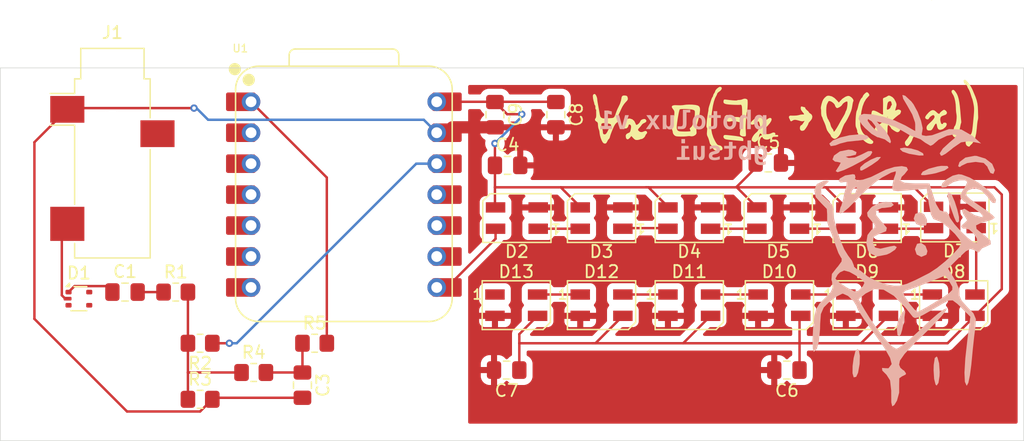
<source format=kicad_pcb>
(kicad_pcb (version 20241229) (generator "pcbnew") (generator_version "9.0")
  (layers (0 "F.Cu" signal) (2 "B.Cu" signal) (13 "F.Paste" user) (15 "B.Paste" user) (5 "F.SilkS" user "F.Silkscreen") (7 "B.SilkS" user "B.Silkscreen") (1 "F.Mask" user) (3 "B.Mask" user) (25 "Edge.Cuts" user))
  (net 0 "")
  (net 10 "Net-(D1A-K1)")
  (net 11 "Net-(C1-Pad2)")
  (net 12 "GND")
  (net 13 "/Audio")
  (net 14 "+5V")
  (net 15 "Net-(D1A-A)")
  (net 16 "/UnfilteredAudio")
  (net 17 "+3.3V")
  (net 18 "Net-(U1-GPIO26{slash}ADC0{slash}A0)")
  (net 19 "/Neopixel")
  (net 20 "Net-(D2-DOUT)")
  (net 21 "Net-(D3-DOUT)")
  (net 22 "Net-(D4-DOUT)")
  (net 23 "Net-(D5-DOUT)")
  (net 24 "Net-(D6-DOUT)")
  (net 25 "Net-(D7-DOUT)")
  (net 26 "Net-(D8-DOUT)")
  (net 27 "Net-(D10-DIN)")
  (net 28 "Net-(D10-DOUT)")
  (net 29 "Net-(D11-DOUT)")
  (net 30 "Net-(D12-DOUT)")
  (footprint "Resistor_SMD:R_0805_2012Metric_Pad1.20x1.40mm_HandSolder" (layer "F.Cu") (at 123.8 71.2 180)
    (property "Reference" "R2" (at 0 -1.65 0) (layer "F.SilkS"))
    (property "Value" "100k")
    (pad "1" smd roundrect (at -1 0 180) (size 1.2 1.4) (layers "F.Cu" "F.Mask" "F.Paste") (roundrect_rratio 0.208333) (net 17 "+3.3V"))
    (pad "2" smd roundrect (at 1 0 180) (size 1.2 1.4) (layers "F.Cu" "F.Mask" "F.Paste") (roundrect_rratio 0.208333) (net 16 "/UnfilteredAudio"))
  )
  (footprint "LED_SMD:LED_SK6812MINI_PLCC4_3.5x3.5mm_P1.75mm" (layer "F.Cu") (at 178.55 60.925 180)
    (property "Reference" "D6" (at 0 -2.75 0) (layer "F.SilkS"))
    (property "Value" "NeoPixel_THT" (hide yes))
    (fp_text user "1" (at -3.2 -0.875 180) (layer "F.SilkS") (effects (font (size 0.8 0.8))))
    (pad "1" smd rect (at -1.75 -0.875 180) (size 1.6 0.85) (layers "F.Cu" "F.Mask" "F.Paste") (net 24 "Net-(D6-DOUT)"))
    (pad "2" smd rect (at -1.75 0.875 180) (size 1.6 0.85) (layers "F.Cu" "F.Mask" "F.Paste") (net 12 "GND"))
    (pad "3" smd rect (at 1.75 0.875 180) (size 1.6 0.85) (layers "F.Cu" "F.Mask" "F.Paste") (net 14 "+5V"))
    (pad "4" smd rect (at 1.75 -0.875 180) (size 1.6 0.85) (layers "F.Cu" "F.Mask" "F.Paste") (net 23 "Net-(D5-DOUT)"))
  )
  (footprint "Capacitor_SMD:C_0805_2012Metric_Pad1.18x1.45mm_HandSolder" (layer "F.Cu") (at 170.4375 56.4)
    (property "Reference" "C5" (at 0 -1.68 0) (layer "F.SilkS"))
    (property "Value" "4.7nF")
    (pad "1" smd roundrect (at -1.0375 0) (size 1.175 1.45) (layers "F.Cu" "F.Mask" "F.Paste") (roundrect_rratio 0.212766) (net 14 "+5V"))
    (pad "2" smd roundrect (at 1.0375 0) (size 1.175 1.45) (layers "F.Cu" "F.Mask" "F.Paste") (roundrect_rratio 0.212766) (net 12 "GND"))
  )
  (footprint "LED_SMD:LED_SK6812MINI_PLCC4_3.5x3.5mm_P1.75mm" (layer "F.Cu") (at 171.35 68.075)
    (property "Reference" "D10" (at 0 -2.75 0) (layer "F.SilkS"))
    (property "Value" "NeoPixel_THT" (hide yes))
    (fp_text user "1" (at -3.2 -0.875 0) (layer "F.SilkS") (effects (font (size 0.8 0.8))))
    (pad "1" smd rect (at -1.75 -0.875) (size 1.6 0.85) (layers "F.Cu" "F.Mask" "F.Paste") (net 28 "Net-(D10-DOUT)"))
    (pad "2" smd rect (at -1.75 0.875) (size 1.6 0.85) (layers "F.Cu" "F.Mask" "F.Paste") (net 12 "GND"))
    (pad "3" smd rect (at 1.75 0.875) (size 1.6 0.85) (layers "F.Cu" "F.Mask" "F.Paste") (net 14 "+5V"))
    (pad "4" smd rect (at 1.75 -0.875) (size 1.6 0.85) (layers "F.Cu" "F.Mask" "F.Paste") (net 27 "Net-(D10-DIN)"))
  )
  (footprint "LED_SMD:LED_SK6812MINI_PLCC4_3.5x3.5mm_P1.75mm" (layer "F.Cu") (at 185.75 60.875 180)
    (property "Reference" "D7" (at 0 -2.75 0) (layer "F.SilkS"))
    (property "Value" "NeoPixel_THT" (hide yes))
    (fp_text user "1" (at -3.2 -0.875 180) (layer "F.SilkS") (effects (font (size 0.8 0.8))))
    (pad "1" smd rect (at -1.75 -0.875 180) (size 1.6 0.85) (layers "F.Cu" "F.Mask" "F.Paste") (net 25 "Net-(D7-DOUT)"))
    (pad "2" smd rect (at -1.75 0.875 180) (size 1.6 0.85) (layers "F.Cu" "F.Mask" "F.Paste") (net 12 "GND"))
    (pad "3" smd rect (at 1.75 0.875 180) (size 1.6 0.85) (layers "F.Cu" "F.Mask" "F.Paste") (net 14 "+5V"))
    (pad "4" smd rect (at 1.75 -0.875 180) (size 1.6 0.85) (layers "F.Cu" "F.Mask" "F.Paste") (net 24 "Net-(D6-DOUT)"))
  )
  (footprint "LED_SMD:LED_SK6812MINI_PLCC4_3.5x3.5mm_P1.75mm" (layer "F.Cu") (at 185.65 68.075)
    (property "Reference" "D8" (at 0 -2.75 0) (layer "F.SilkS"))
    (property "Value" "NeoPixel_THT" (hide yes))
    (fp_text user "1" (at -3.2 -0.875 0) (layer "F.SilkS") (effects (font (size 0.8 0.8))))
    (pad "1" smd rect (at -1.75 -0.875) (size 1.6 0.85) (layers "F.Cu" "F.Mask" "F.Paste") (net 26 "Net-(D8-DOUT)"))
    (pad "2" smd rect (at -1.75 0.875) (size 1.6 0.85) (layers "F.Cu" "F.Mask" "F.Paste") (net 12 "GND"))
    (pad "3" smd rect (at 1.75 0.875) (size 1.6 0.85) (layers "F.Cu" "F.Mask" "F.Paste") (net 14 "+5V"))
    (pad "4" smd rect (at 1.75 -0.875) (size 1.6 0.85) (layers "F.Cu" "F.Mask" "F.Paste") (net 25 "Net-(D7-DOUT)"))
  )
  (footprint "Seeed Studio XIAO Series Library:XIAO-RP2040-DIP" (layer "F.Cu") (at 135.6 59)
    (property "Reference" "U1" (at -8.5 -12 0) (layer "F.SilkS") (effects (font (size 0.635 0.635) (thickness 0.1016))))
    (property "Value" "XIAO-RP2040-DIP")
    (pad "1" smd roundrect (at -8.455 -7.62 180) (size 2.432 1.524) (layers "F.Cu" "F.Mask") (roundrect_rratio 0.1) (net 18 "Net-(U1-GPIO26{slash}ADC0{slash}A0)"))
    (pad "1" thru_hole circle (at -7.62 -7.62 180) (size 1.524 1.524) (drill 0.889) (layers "*.Cu" "*.Mask") (net 18 "Net-(U1-GPIO26{slash}ADC0{slash}A0)"))
    (pad "2" smd roundrect (at -8.455 -5.08 180) (size 2.432 1.524) (layers "F.Cu" "F.Mask") (roundrect_rratio 0.1))
    (pad "2" thru_hole circle (at -7.62 -5.08 180) (size 1.524 1.524) (drill 0.889) (layers "*.Cu" "*.Mask"))
    (pad "3" smd roundrect (at -8.455 -2.54 180) (size 2.432 1.524) (layers "F.Cu" "F.Mask") (roundrect_rratio 0.1))
    (pad "3" thru_hole circle (at -7.62 -2.54 180) (size 1.524 1.524) (drill 0.889) (layers "*.Cu" "*.Mask"))
    (pad "4" smd roundrect (at -8.455 0 180) (size 2.432 1.524) (layers "F.Cu" "F.Mask") (roundrect_rratio 0.1))
    (pad "4" thru_hole circle (at -7.62 0 180) (size 1.524 1.524) (drill 0.889) (layers "*.Cu" "*.Mask"))
    (pad "5" smd roundrect (at -8.455 2.54 180) (size 2.432 1.524) (layers "F.Cu" "F.Mask") (roundrect_rratio 0.1))
    (pad "5" thru_hole circle (at -7.62 2.54 180) (size 1.524 1.524) (drill 0.889) (layers "*.Cu" "*.Mask"))
    (pad "6" smd roundrect (at -8.455 5.08 180) (size 2.432 1.524) (layers "F.Cu" "F.Mask") (roundrect_rratio 0.1))
    (pad "6" thru_hole circle (at -7.62 5.08 180) (size 1.524 1.524) (drill 0.889) (layers "*.Cu" "*.Mask"))
    (pad "7" smd roundrect (at -8.455 7.62 180) (size 2.432 1.524) (layers "F.Cu" "F.Mask") (roundrect_rratio 0.1))
    (pad "7" thru_hole circle (at -7.62 7.62 180) (size 1.524 1.524) (drill 0.889) (layers "*.Cu" "*.Mask"))
    (pad "8" thru_hole circle (at 7.62 7.62) (size 1.524 1.524) (drill 0.889) (layers "*.Cu" "*.Mask") (net 19 "/Neopixel"))
    (pad "8" smd roundrect (at 8.455 7.62) (size 2.432 1.524) (layers "F.Cu" "F.Mask") (roundrect_rratio 0.1) (net 19 "/Neopixel"))
    (pad "9" thru_hole circle (at 7.62 5.08) (size 1.524 1.524) (drill 0.889) (layers "*.Cu" "*.Mask"))
    (pad "9" smd roundrect (at 8.455 5.08) (size 2.432 1.524) (layers "F.Cu" "F.Mask") (roundrect_rratio 0.1))
    (pad "10" thru_hole circle (at 7.62 2.54) (size 1.524 1.524) (drill 0.889) (layers "*.Cu" "*.Mask"))
    (pad "10" smd roundrect (at 8.455 2.54) (size 2.432 1.524) (layers "F.Cu" "F.Mask") (roundrect_rratio 0.1))
    (pad "11" thru_hole circle (at 7.62 0) (size 1.524 1.524) (drill 0.889) (layers "*.Cu" "*.Mask"))
    (pad "11" smd roundrect (at 8.455 0) (size 2.432 1.524) (layers "F.Cu" "F.Mask") (roundrect_rratio 0.1))
    (pad "12" thru_hole circle (at 7.62 -2.54) (size 1.524 1.524) (drill 0.889) (layers "*.Cu" "*.Mask") (net 17 "+3.3V"))
    (pad "12" smd roundrect (at 8.455 -2.54) (size 2.432 1.524) (layers "F.Cu" "F.Mask") (roundrect_rratio 0.1) (net 17 "+3.3V"))
    (pad "13" thru_hole circle (at 7.62 -5.08) (size 1.524 1.524) (drill 0.889) (layers "*.Cu" "*.Mask") (net 12 "GND"))
    (pad "13" smd roundrect (at 8.455 -5.08) (size 2.432 1.524) (layers "F.Cu" "F.Mask") (roundrect_rratio 0.1) (net 12 "GND"))
    (pad "14" thru_hole circle (at 7.62 -7.62) (size 1.524 1.524) (drill 0.889) (layers "*.Cu" "*.Mask") (net 14 "+5V"))
    (pad "14" smd roundrect (at 8.455 -7.62) (size 2.432 1.524) (layers "F.Cu" "F.Mask") (roundrect_rratio 0.1) (net 14 "+5V"))
  )
  (footprint "Capacitor_SMD:C_0805_2012Metric_Pad1.18x1.45mm_HandSolder" (layer "F.Cu") (at 148 52.4375 -90)
    (property "Reference" "C9" (at 0 -1.68 90) (layer "F.SilkS"))
    (property "Value" "100uF")
    (pad "1" smd roundrect (at -1.0375 0 270) (size 1.175 1.45) (layers "F.Cu" "F.Mask" "F.Paste") (roundrect_rratio 0.212766) (net 14 "+5V"))
    (pad "2" smd roundrect (at 1.0375 0 270) (size 1.175 1.45) (layers "F.Cu" "F.Mask" "F.Paste") (roundrect_rratio 0.212766) (net 12 "GND"))
  )
  (footprint "LED_SMD:LED_SK6812MINI_PLCC4_3.5x3.5mm_P1.75mm" (layer "F.Cu") (at 163.95 68.075)
    (property "Reference" "D11" (at 0 -2.75 0) (layer "F.SilkS"))
    (property "Value" "NeoPixel_THT" (hide yes))
    (fp_text user "1" (at -3.2 -0.875 0) (layer "F.SilkS") (effects (font (size 0.8 0.8))))
    (pad "1" smd rect (at -1.75 -0.875) (size 1.6 0.85) (layers "F.Cu" "F.Mask" "F.Paste") (net 29 "Net-(D11-DOUT)"))
    (pad "2" smd rect (at -1.75 0.875) (size 1.6 0.85) (layers "F.Cu" "F.Mask" "F.Paste") (net 12 "GND"))
    (pad "3" smd rect (at 1.75 0.875) (size 1.6 0.85) (layers "F.Cu" "F.Mask" "F.Paste") (net 14 "+5V"))
    (pad "4" smd rect (at 1.75 -0.875) (size 1.6 0.85) (layers "F.Cu" "F.Mask" "F.Paste") (net 28 "Net-(D10-DOUT)"))
  )
  (footprint "Connector_Audio:Jack_3.5mm_CUI_SJ-3523-SMT_Horizontal" (layer "F.Cu") (at 116.6 55.6)
    (property "Reference" "J1" (at 0 -9.9 0) (layer "F.SilkS"))
    (property "Value" "AudioJack2")
    (pad "" np_thru_hole circle (at 0 -2.5) (size 1.7 1.7) (drill 1.7) (layers "*.Cu" "*.Mask"))
    (pad "" np_thru_hole circle (at 0 4.5) (size 1.7 1.7) (drill 1.7) (layers "*.Cu" "*.Mask"))
    (pad "R" smd rect (at 3.7 -1.6) (size 2.8 2.2) (layers "F.Cu" "F.Mask" "F.Paste"))
    (pad "S" smd rect (at -3.7 -3.6) (size 2.8 2.2) (layers "F.Cu" "F.Mask" "F.Paste") (net 12 "GND"))
    (pad "T" smd rect (at -3.7 5.8) (size 2.8 2.8) (layers "F.Cu" "F.Mask" "F.Paste") (net 15 "Net-(D1A-A)"))
  )
  (footprint "Resistor_SMD:R_0805_2012Metric_Pad1.20x1.40mm_HandSolder" (layer "F.Cu") (at 128.2 73.6)
    (property "Reference" "R4" (at 0 -1.65 0) (layer "F.SilkS"))
    (property "Value" "10k")
    (pad "1" smd roundrect (at -1 0) (size 1.2 1.4) (layers "F.Cu" "F.Mask" "F.Paste") (roundrect_rratio 0.208333) (net 16 "/UnfilteredAudio"))
    (pad "2" smd roundrect (at 1 0) (size 1.2 1.4) (layers "F.Cu" "F.Mask" "F.Paste") (roundrect_rratio 0.208333) (net 13 "/Audio"))
  )
  (footprint "Resistor_SMD:R_0805_2012Metric_Pad1.20x1.40mm_HandSolder" (layer "F.Cu") (at 121.8 67)
    (property "Reference" "R1" (at 0 -1.65 0) (layer "F.SilkS"))
    (property "Value" "10k")
    (pad "1" smd roundrect (at -1 0) (size 1.2 1.4) (layers "F.Cu" "F.Mask" "F.Paste") (roundrect_rratio 0.208333) (net 11 "Net-(C1-Pad2)"))
    (pad "2" smd roundrect (at 1 0) (size 1.2 1.4) (layers "F.Cu" "F.Mask" "F.Paste") (roundrect_rratio 0.208333) (net 16 "/UnfilteredAudio"))
  )
  (footprint "Resistor_SMD:R_0805_2012Metric_Pad1.20x1.40mm_HandSolder" (layer "F.Cu") (at 133.2 71.2)
    (property "Reference" "R5" (at 0 -1.65 0) (layer "F.SilkS"))
    (property "Value" "100")
    (pad "1" smd roundrect (at -1 0) (size 1.2 1.4) (layers "F.Cu" "F.Mask" "F.Paste") (roundrect_rratio 0.208333) (net 13 "/Audio"))
    (pad "2" smd roundrect (at 1 0) (size 1.2 1.4) (layers "F.Cu" "F.Mask" "F.Paste") (roundrect_rratio 0.208333) (net 18 "Net-(U1-GPIO26{slash}ADC0{slash}A0)"))
  )
  (footprint "LED_SMD:LED_SK6812MINI_PLCC4_3.5x3.5mm_P1.75mm" (layer "F.Cu") (at 178.55 68.075)
    (property "Reference" "D9" (at 0 -2.75 0) (layer "F.SilkS"))
    (property "Value" "NeoPixel_THT" (hide yes))
    (fp_text user "1" (at -3.2 -0.875 0) (layer "F.SilkS") (effects (font (size 0.8 0.8))))
    (pad "1" smd rect (at -1.75 -0.875) (size 1.6 0.85) (layers "F.Cu" "F.Mask" "F.Paste") (net 27 "Net-(D10-DIN)"))
    (pad "2" smd rect (at -1.75 0.875) (size 1.6 0.85) (layers "F.Cu" "F.Mask" "F.Paste") (net 12 "GND"))
    (pad "3" smd rect (at 1.75 0.875) (size 1.6 0.85) (layers "F.Cu" "F.Mask" "F.Paste") (net 14 "+5V"))
    (pad "4" smd rect (at 1.75 -0.875) (size 1.6 0.85) (layers "F.Cu" "F.Mask" "F.Paste") (net 26 "Net-(D8-DOUT)"))
  )
  (footprint "Capacitor_SMD:C_0805_2012Metric_Pad1.18x1.45mm_HandSolder" (layer "F.Cu") (at 117.6375 67)
    (property "Reference" "C1" (at 0 -1.68 0) (layer "F.SilkS"))
    (property "Value" "1uF")
    (pad "1" smd roundrect (at -1.0375 0) (size 1.175 1.45) (layers "F.Cu" "F.Mask" "F.Paste") (roundrect_rratio 0.212766) (net 10 "Net-(D1A-K1)"))
    (pad "2" smd roundrect (at 1.0375 0) (size 1.175 1.45) (layers "F.Cu" "F.Mask" "F.Paste") (roundrect_rratio 0.212766) (net 11 "Net-(C1-Pad2)"))
  )
  (footprint "LED_SMD:LED_SK6812MINI_PLCC4_3.5x3.5mm_P1.75mm" (layer "F.Cu") (at 149.75 68.075)
    (property "Reference" "D13" (at 0 -2.75 0) (layer "F.SilkS"))
    (property "Value" "NeoPixel_THT" (hide yes))
    (fp_text user "1" (at -3.2 -0.875 0) (layer "F.SilkS") (effects (font (size 0.8 0.8))))
    (pad "1" smd rect (at -1.75 -0.875) (size 1.6 0.85) (layers "F.Cu" "F.Mask" "F.Paste"))
    (pad "2" smd rect (at -1.75 0.875) (size 1.6 0.85) (layers "F.Cu" "F.Mask" "F.Paste") (net 12 "GND"))
    (pad "3" smd rect (at 1.75 0.875) (size 1.6 0.85) (layers "F.Cu" "F.Mask" "F.Paste") (net 14 "+5V"))
    (pad "4" smd rect (at 1.75 -0.875) (size 1.6 0.85) (layers "F.Cu" "F.Mask" "F.Paste") (net 30 "Net-(D12-DOUT)"))
  )
  (footprint "Package_TO_SOT_SMD:SOT-665" (layer "F.Cu") (at 113.85 67.54)
    (property "Reference" "D1" (at 0 -2.1 0) (layer "F.SilkS"))
    (property "Value" "PESD3V3L4UW")
    (pad "1" smd roundrect (at -0.85 -0.54) (size 0.5 0.38) (layers "F.Cu" "F.Mask" "F.Paste") (net 10 "Net-(D1A-K1)"))
    (pad "2" smd roundrect (at -0.93 0) (size 0.65 0.3) (layers "F.Cu" "F.Mask" "F.Paste") (net 15 "Net-(D1A-A)"))
    (pad "3" smd roundrect (at -0.85 0.54) (size 0.5 0.38) (layers "F.Cu" "F.Mask" "F.Paste"))
    (pad "4" smd roundrect (at 0.85 0.54) (size 0.5 0.38) (layers "F.Cu" "F.Mask" "F.Paste"))
    (pad "5" smd roundrect (at 0.85 -0.54) (size 0.5 0.38) (layers "F.Cu" "F.Mask" "F.Paste"))
  )
  (footprint "LOGO" (layer "F.Cu") (at 173 50.6 85)
    (property "Reference" "G***" (hide yes))
    (property "Value" "LOGO" (hide yes))
  )
  (footprint "Capacitor_SMD:C_0805_2012Metric_Pad1.18x1.45mm_HandSolder" (layer "F.Cu") (at 171.9625 73.4 180)
    (property "Reference" "C6" (at 0 -1.68 0) (layer "F.SilkS"))
    (property "Value" "4.7nF")
    (pad "1" smd roundrect (at -1.0375 0 180) (size 1.175 1.45) (layers "F.Cu" "F.Mask" "F.Paste") (roundrect_rratio 0.212766) (net 14 "+5V"))
    (pad "2" smd roundrect (at 1.0375 0 180) (size 1.175 1.45) (layers "F.Cu" "F.Mask" "F.Paste") (roundrect_rratio 0.212766) (net 12 "GND"))
  )
  (footprint "LED_SMD:LED_SK6812MINI_PLCC4_3.5x3.5mm_P1.75mm" (layer "F.Cu") (at 149.8 60.925 180)
    (property "Reference" "D2" (at 0 -2.75 0) (layer "F.SilkS"))
    (property "Value" "NeoPixel_THT")
    (fp_text user "1" (at -3.2 -0.875 180) (layer "F.SilkS") (effects (font (size 0.8 0.8))))
    (pad "1" smd rect (at -1.75 -0.875 180) (size 1.6 0.85) (layers "F.Cu" "F.Mask" "F.Paste") (net 20 "Net-(D2-DOUT)"))
    (pad "2" smd rect (at -1.75 0.875 180) (size 1.6 0.85) (layers "F.Cu" "F.Mask" "F.Paste") (net 12 "GND"))
    (pad "3" smd rect (at 1.75 0.875 180) (size 1.6 0.85) (layers "F.Cu" "F.Mask" "F.Paste") (net 14 "+5V"))
    (pad "4" smd rect (at 1.75 -0.875 180) (size 1.6 0.85) (layers "F.Cu" "F.Mask" "F.Paste") (net 19 "/Neopixel"))
  )
  (footprint "Capacitor_SMD:C_0805_2012Metric_Pad1.18x1.45mm_HandSolder" (layer "F.Cu") (at 148.9625 73.4 180)
    (property "Reference" "C7" (at 0 -1.68 0) (layer "F.SilkS"))
    (property "Value" "4.7nF")
    (pad "1" smd roundrect (at -1.0375 0 180) (size 1.175 1.45) (layers "F.Cu" "F.Mask" "F.Paste") (roundrect_rratio 0.212766) (net 14 "+5V"))
    (pad "2" smd roundrect (at 1.0375 0 180) (size 1.175 1.45) (layers "F.Cu" "F.Mask" "F.Paste") (roundrect_rratio 0.212766) (net 12 "GND"))
  )
  (footprint "LED_SMD:LED_SK6812MINI_PLCC4_3.5x3.5mm_P1.75mm" (layer "F.Cu") (at 171.25 60.925 180)
    (property "Reference" "D5" (at 0 -2.75 0) (layer "F.SilkS"))
    (property "Value" "NeoPixel_THT" (hide yes))
    (fp_text user "1" (at -3.2 -0.875 180) (layer "F.SilkS") (effects (font (size 0.8 0.8))))
    (pad "1" smd rect (at -1.75 -0.875 180) (size 1.6 0.85) (layers "F.Cu" "F.Mask" "F.Paste") (net 23 "Net-(D5-DOUT)"))
    (pad "2" smd rect (at -1.75 0.875 180) (size 1.6 0.85) (layers "F.Cu" "F.Mask" "F.Paste") (net 12 "GND"))
    (pad "3" smd rect (at 1.75 0.875 180) (size 1.6 0.85) (layers "F.Cu" "F.Mask" "F.Paste") (net 14 "+5V"))
    (pad "4" smd rect (at 1.75 -0.875 180) (size 1.6 0.85) (layers "F.Cu" "F.Mask" "F.Paste") (net 22 "Net-(D4-DOUT)"))
  )
  (footprint "LED_SMD:LED_SK6812MINI_PLCC4_3.5x3.5mm_P1.75mm" (layer "F.Cu") (at 163.95 60.925 180)
    (property "Reference" "D4" (at 0 -2.75 0) (layer "F.SilkS"))
    (property "Value" "NeoPixel_THT" (hide yes))
    (fp_text user "1" (at -3.2 -0.875 180) (layer "F.SilkS") (effects (font (size 0.8 0.8))))
    (pad "1" smd rect (at -1.75 -0.875 180) (size 1.6 0.85) (layers "F.Cu" "F.Mask" "F.Paste") (net 22 "Net-(D4-DOUT)"))
    (pad "2" smd rect (at -1.75 0.875 180) (size 1.6 0.85) (layers "F.Cu" "F.Mask" "F.Paste") (net 12 "GND"))
    (pad "3" smd rect (at 1.75 0.875 180) (size 1.6 0.85) (layers "F.Cu" "F.Mask" "F.Paste") (net 14 "+5V"))
    (pad "4" smd rect (at 1.75 -0.875 180) (size 1.6 0.85) (layers "F.Cu" "F.Mask" "F.Paste") (net 21 "Net-(D3-DOUT)"))
  )
  (footprint "Capacitor_SMD:C_0805_2012Metric_Pad1.18x1.45mm_HandSolder" (layer "F.Cu") (at 132.2 74.6375 -90)
    (property "Reference" "C3" (at 0 -1.68 90) (layer "F.SilkS"))
    (property "Value" "1.5nF")
    (pad "1" smd roundrect (at -1.0375 0 270) (size 1.175 1.45) (layers "F.Cu" "F.Mask" "F.Paste") (roundrect_rratio 0.212766) (net 13 "/Audio"))
    (pad "2" smd roundrect (at 1.0375 0 270) (size 1.175 1.45) (layers "F.Cu" "F.Mask" "F.Paste") (roundrect_rratio 0.212766) (net 12 "GND"))
  )
  (footprint "Capacitor_SMD:C_0805_2012Metric_Pad1.18x1.45mm_HandSolder" (layer "F.Cu") (at 149.0375 56.6)
    (property "Reference" "C4" (at 0 -1.68 0) (layer "F.SilkS"))
    (property "Value" "4.7nF")
    (pad "1" smd roundrect (at -1.0375 0) (size 1.175 1.45) (layers "F.Cu" "F.Mask" "F.Paste") (roundrect_rratio 0.212766) (net 14 "+5V"))
    (pad "2" smd roundrect (at 1.0375 0) (size 1.175 1.45) (layers "F.Cu" "F.Mask" "F.Paste") (roundrect_rratio 0.212766) (net 12 "GND"))
  )
  (footprint "LED_SMD:LED_SK6812MINI_PLCC4_3.5x3.5mm_P1.75mm" (layer "F.Cu") (at 156.75 60.925 180)
    (property "Reference" "D3" (at 0 -2.75 0) (layer "F.SilkS"))
    (property "Value" "NeoPixel_THT" (hide yes))
    (fp_text user "1" (at -3.2 -0.875 180) (layer "F.SilkS") (effects (font (size 0.8 0.8))))
    (pad "1" smd rect (at -1.75 -0.875 180) (size 1.6 0.85) (layers "F.Cu" "F.Mask" "F.Paste") (net 21 "Net-(D3-DOUT)"))
    (pad "2" smd rect (at -1.75 0.875 180) (size 1.6 0.85) (layers "F.Cu" "F.Mask" "F.Paste") (net 12 "GND"))
    (pad "3" smd rect (at 1.75 0.875 180) (size 1.6 0.85) (layers "F.Cu" "F.Mask" "F.Paste") (net 14 "+5V"))
    (pad "4" smd rect (at 1.75 -0.875 180) (size 1.6 0.85) (layers "F.Cu" "F.Mask" "F.Paste") (net 20 "Net-(D2-DOUT)"))
  )
  (footprint "Resistor_SMD:R_0805_2012Metric_Pad1.20x1.40mm_HandSolder" (layer "F.Cu") (at 123.8 75.8)
    (property "Reference" "R3" (at 0 -1.65 0) (layer "F.SilkS"))
    (property "Value" "100k")
    (pad "1" smd roundrect (at -1 0) (size 1.2 1.4) (layers "F.Cu" "F.Mask" "F.Paste") (roundrect_rratio 0.208333) (net 16 "/UnfilteredAudio"))
    (pad "2" smd roundrect (at 1 0) (size 1.2 1.4) (layers "F.Cu" "F.Mask" "F.Paste") (roundrect_rratio 0.208333) (net 12 "GND"))
  )
  (footprint "Capacitor_SMD:C_0805_2012Metric_Pad1.18x1.45mm_HandSolder" (layer "F.Cu") (at 153 52.4375 -90)
    (property "Reference" "C8" (at 0 -1.68 90) (layer "F.SilkS"))
    (property "Value" "100uF")
    (pad "1" smd roundrect (at -1.0375 0 270) (size 1.175 1.45) (layers "F.Cu" "F.Mask" "F.Paste") (roundrect_rratio 0.212766) (net 14 "+5V"))
    (pad "2" smd roundrect (at 1.0375 0 270) (size 1.175 1.45) (layers "F.Cu" "F.Mask" "F.Paste") (roundrect_rratio 0.212766) (net 12 "GND"))
  )
  (footprint "LED_SMD:LED_SK6812MINI_PLCC4_3.5x3.5mm_P1.75mm" (layer "F.Cu") (at 156.75 68.075)
    (property "Reference" "D12" (at 0 -2.75 0) (layer "F.SilkS"))
    (property "Value" "NeoPixel_THT" (hide yes))
    (fp_text user "1" (at -3.2 -0.875 0) (layer "F.SilkS") (effects (font (size 0.8 0.8))))
    (pad "1" smd rect (at -1.75 -0.875) (size 1.6 0.85) (layers "F.Cu" "F.Mask" "F.Paste") (net 30 "Net-(D12-DOUT)"))
    (pad "2" smd rect (at -1.75 0.875) (size 1.6 0.85) (layers "F.Cu" "F.Mask" "F.Paste") (net 12 "GND"))
    (pad "3" smd rect (at 1.75 0.875) (size 1.6 0.85) (layers "F.Cu" "F.Mask" "F.Paste") (net 14 "+5V"))
    (pad "4" smd rect (at 1.75 -0.875) (size 1.6 0.85) (layers "F.Cu" "F.Mask" "F.Paste") (net 29 "Net-(D11-DOUT)"))
  )
  (footprint "LOGO" (layer "B.Cu") (at 180.481578 63.61042 180)
    (property "Reference" "G***" (hide yes))
    (property "Value" "LOGO" (hide yes))
  )
  (gr_rect (start 107.4 48.6) (end 191.4 79.2) (stroke (width 0.05)) (fill no) (layer "Edge.Cuts"))
  (gr_text "photolux v1\ngbtsui" (at 170.4375 56.4 0) (layer "B.SilkS") (effects (font (size 1.5 1.5) (thickness 0.3) (bold yes)) (justify left bottom mirror)))
  (segment (start 116.109 66.509) (end 116.6 67) (width 0.2) (layer "F.Cu") (net 10))
  (segment (start 113.491 66.509) (end 116.109 66.509) (width 0.2) (layer "F.Cu") (net 10))
  (segment (start 113 67) (end 113.491 66.509) (width 0.2) (layer "F.Cu") (net 10))
  (segment (start 118.675 67) (end 120.8 67) (width 0.2) (layer "F.Cu") (net 11))
  (segment (start 113.001 51.899) (end 123.299 51.899) (width 0.2) (layer "F.Cu") (net 12))
  (segment (start 117.801 76.801) (end 110.2 69.2) (width 0.2) (layer "F.Cu") (net 12))
  (segment (start 148 53.475) (end 144.5 53.475) (width 1) (layer "F.Cu") (net 12))
  (segment (start 112.9 52) (end 113.001 51.899) (width 0.2) (layer "F.Cu") (net 12))
  (segment (start 150.075 56.6) (end 150.075 56.4) (width 0.2) (layer "F.Cu") (net 12))
  (segment (start 124.8 75.8) (end 123.799 76.801) (width 0.2) (layer "F.Cu") (net 12))
  (segment (start 123.799 76.801) (end 117.801 76.801) (width 0.2) (layer "F.Cu") (net 12))
  (segment (start 144.5 53.475) (end 144.055 53.92) (width 0.2) (layer "F.Cu") (net 12))
  (segment (start 110.2 54.7) (end 112.9 52) (width 0.2) (layer "F.Cu") (net 12))
  (segment (start 124.925 75.675) (end 124.8 75.8) (width 0.2) (layer "F.Cu") (net 12))
  (segment (start 132.2 75.675) (end 124.925 75.675) (width 0.2) (layer "F.Cu") (net 12))
  (segment (start 110.2 69.2) (end 110.2 54.7) (width 0.2) (layer "F.Cu") (net 12))
  (via (at 123.299 51.899) (size 0.6) (drill 0.3) (layers "F.Cu" "B.Cu") (net 12))
  (segment (start 142.157 52.857) (end 124.457 52.857) (width 0.2) (layer "B.Cu") (net 12))
  (segment (start 123.499 51.899) (end 123.299 51.899) (width 0.2) (layer "B.Cu") (net 12))
  (segment (start 124.457 52.857) (end 123.499 51.899) (width 0.2) (layer "B.Cu") (net 12))
  (segment (start 143.22 53.92) (end 142.157 52.857) (width 0.2) (layer "B.Cu") (net 12))
  (segment (start 129.2 73.6) (end 132.2 73.6) (width 0.2) (layer "F.Cu") (net 13))
  (segment (start 132.2 73.6) (end 132.2 71.2) (width 0.2) (layer "F.Cu") (net 13))
  (segment (start 148 60) (end 148.05 60.05) (width 0.2) (layer "F.Cu") (net 14))
  (segment (start 167.85 58.4) (end 167.8 58.4) (width 0.2) (layer "F.Cu") (net 14))
  (segment (start 163.45 71.2) (end 173 71.2) (width 0.2) (layer "F.Cu") (net 14))
  (segment (start 148 51.4) (end 149 52.4) (width 0.2) (layer "F.Cu") (net 14))
  (segment (start 167.8 58.4) (end 169.4 56.8) (width 0.2) (layer "F.Cu") (net 14))
  (segment (start 169.4 56.8) (end 169.4 56.4) (width 0.2) (layer "F.Cu") (net 14))
  (segment (start 182.4 58.4) (end 184 60) (width 0.2) (layer "F.Cu") (net 14))
  (segment (start 148 54.8) (end 148 56.6) (width 0.2) (layer "F.Cu") (net 14))
  (segment (start 167.8 58.4) (end 175.15 58.4) (width 0.2) (layer "F.Cu") (net 14))
  (segment (start 152.98 51.38) (end 153 51.4) (width 0.2) (layer "F.Cu") (net 14))
  (segment (start 148 58.4) (end 153.4 58.4) (width 0.2) (layer "F.Cu") (net 14))
  (segment (start 175.15 58.4) (end 176.8 60.05) (width 0.2) (layer "F.Cu") (net 14))
  (segment (start 150 71.2) (end 150 70.45) (width 0.2) (layer "F.Cu") (net 14))
  (segment (start 187.4 68.95) (end 185.15 71.2) (width 0.2) (layer "F.Cu") (net 14))
  (segment (start 165.7 68.95) (end 163.45 71.2) (width 0.2) (layer "F.Cu") (net 14))
  (segment (start 189 58.4) (end 189.6 59) (width 0.2) (layer "F.Cu") (net 14))
  (segment (start 150 70.45) (end 151.5 68.95) (width 0.2) (layer "F.Cu") (net 14))
  (segment (start 173 71.2) (end 173 69.05) (width 0.2) (layer "F.Cu") (net 14))
  (segment (start 167.8 58.4) (end 160.4 58.4) (width 0.2) (layer "F.Cu") (net 14))
  (segment (start 156 71.2) (end 150 71.2) (width 0.2) (layer "F.Cu") (net 14))
  (segment (start 160.6 58.4) (end 162.2 60) (width 0.2) (layer "F.Cu") (net 14))
  (segment (start 148 58.4) (end 148 60) (width 0.2) (layer "F.Cu") (net 14))
  (segment (start 158.5 68.95) (end 156.25 71.2) (width 0.2) (layer "F.Cu") (net 14))
  (segment (start 160.4 58.4) (end 160.6 58.4) (width 0.2) (layer "F.Cu") (net 14))
  (segment (start 153.4 58.4) (end 160.4 58.4) (width 0.2) (layer "F.Cu") (net 14))
  (segment (start 144.055 51.38) (end 152.98 51.38) (width 0.2) (layer "F.Cu") (net 14))
  (segment (start 163.45 71.2) (end 156 71.2) (width 0.2) (layer "F.Cu") (net 14))
  (segment (start 189.6 59) (end 189.6 66.75) (width 0.2) (layer "F.Cu") (net 14))
  (segment (start 173 73.4) (end 173 71.2) (width 0.2) (layer "F.Cu") (net 14))
  (segment (start 149 52.4) (end 150.2 52.4) (width 0.2) (layer "F.Cu") (net 14))
  (segment (start 173 69.05) (end 173.1 68.95) (width 0.2) (layer "F.Cu") (net 14))
  (segment (start 175.15 58.4) (end 182.4 58.4) (width 0.2) (layer "F.Cu") (net 14))
  (segment (start 182.4 58.4) (end 189 58.4) (width 0.2) (layer "F.Cu") (net 14))
  (segment (start 148 56.6) (end 148 58.4) (width 0.2) (layer "F.Cu") (net 14))
  (segment (start 185.15 71.2) (end 178.05 71.2) (width 0.2) (layer "F.Cu") (net 14))
  (segment (start 180.3 68.95) (end 178.05 71.2) (width 0.2) (layer "F.Cu") (net 14))
  (segment (start 150 73.4) (end 150 71.2) (width 0.2) (layer "F.Cu") (net 14))
  (segment (start 178.05 71.2) (end 173 71.2) (width 0.2) (layer "F.Cu") (net 14))
  (segment (start 189.6 66.75) (end 187.4 68.95) (width 0.2) (layer "F.Cu") (net 14))
  (segment (start 153.4 58.4) (end 155 60) (width 0.2) (layer "F.Cu") (net 14))
  (segment (start 169.5 60.05) (end 167.85 58.4) (width 0.2) (layer "F.Cu") (net 14))
  (segment (start 156.25 71.2) (end 156 71.2) (width 0.2) (layer "F.Cu") (net 14))
  (via (at 150.2 52.4) (size 0.6) (drill 0.3) (layers "F.Cu" "B.Cu") (net 14))
  (via (at 148 54.8) (size 0.6) (drill 0.3) (layers "F.Cu" "B.Cu") (net 14))
  (segment (start 150.2 52.6) (end 148 54.8) (width 0.2) (layer "B.Cu") (net 14))
  (segment (start 150.2 52.4) (end 150.2 52.6) (width 0.2) (layer "B.Cu") (net 14))
  (segment (start 112.92 67.54) (end 112.727338 67.54) (width 0.2) (layer "F.Cu") (net 15))
  (segment (start 112.727338 67.54) (end 112.449 67.261662) (width 0.2) (layer "F.Cu") (net 15))
  (segment (start 112.449 61.851) (end 112.9 61.4) (width 0.2) (layer "F.Cu") (net 15))
  (segment (start 112.449 67.261662) (end 112.449 61.851) (width 0.2) (layer "F.Cu") (net 15))
  (segment (start 122.8 75.8) (end 122.8 73.6) (width 0.2) (layer "F.Cu") (net 16))
  (segment (start 127.2 73.6) (end 122.8 73.6) (width 0.2) (layer "F.Cu") (net 16))
  (segment (start 122.8 67) (end 122.8 71.2) (width 0.2) (layer "F.Cu") (net 16))
  (segment (start 122.8 73.6) (end 122.8 71.2) (width 0.2) (layer "F.Cu") (net 16))
  (segment (start 124.8 71.2) (end 126.2 71.2) (width 0.2) (layer "F.Cu") (net 17))
  (via (at 126.2 71.2) (size 0.6) (drill 0.3) (layers "F.Cu" "B.Cu") (net 17))
  (segment (start 126.2 71.2) (end 126.8 71.2) (width 0.2) (layer "B.Cu") (net 17))
  (segment (start 141.54 56.46) (end 143.22 56.46) (width 0.2) (layer "B.Cu") (net 17))
  (segment (start 126.8 71.2) (end 141.54 56.46) (width 0.2) (layer "B.Cu") (net 17))
  (segment (start 134.2 71.2) (end 134.2 57.6) (width 0.2) (layer "F.Cu") (net 18))
  (segment (start 134.2 57.6) (end 127.98 51.38) (width 0.2) (layer "F.Cu") (net 18))
  (segment (start 148.05 62.625) (end 144.055 66.62) (width 0.2) (layer "F.Cu") (net 19))
  (segment (start 148.05 61.8) (end 148.05 62.625) (width 0.2) (layer "F.Cu") (net 19))
  (segment (start 154.95 61.8) (end 155 61.75) (width 0.2) (layer "F.Cu") (net 20))
  (segment (start 151.55 61.8) (end 154.95 61.8) (width 0.2) (layer "F.Cu") (net 20))
  (segment (start 158.5 61.75) (end 162.2 61.75) (width 0.2) (layer "F.Cu") (net 21))
  (segment (start 165.7 61.8) (end 169.5 61.8) (width 0.2) (layer "F.Cu") (net 22))
  (segment (start 173 61.8) (end 176.8 61.8) (width 0.2) (layer "F.Cu") (net 23))
  (segment (start 183.95 61.8) (end 184 61.75) (width 0.2) (layer "F.Cu") (net 24))
  (segment (start 180.3 61.8) (end 183.95 61.8) (width 0.2) (layer "F.Cu") (net 24))
  (segment (start 187.5 67.1) (end 187.4 67.2) (width 0.2) (layer "F.Cu") (net 25))
  (segment (start 187.5 61.75) (end 187.5 67.1) (width 0.2) (layer "F.Cu") (net 25))
  (segment (start 183.9 67.2) (end 180.3 67.2) (width 0.2) (layer "F.Cu") (net 26))
  (segment (start 176.8 67.2) (end 173.1 67.2) (width 0.2) (layer "F.Cu") (net 27))
  (segment (start 169.6 67.2) (end 165.7 67.2) (width 0.2) (layer "F.Cu") (net 28))
  (segment (start 162.2 67.2) (end 158.5 67.2) (width 0.2) (layer "F.Cu") (net 29))
  (segment (start 155 67.2) (end 151.5 67.2) (width 0.2) (layer "F.Cu") (net 30))
  (zone (net 12) (net_name "GND") (layer "F.Cu") (connect_pads (clearance 0.5)) (min_thickness 0.25) (fill yes (thermal_gap 0.5) (thermal_bridge_width 0.5))
    (polygon (pts (xy 191.2 77.8) (xy 145.8 77.8) (xy 145.8 50) (xy 191.2 50)))
  )
)
</source>
